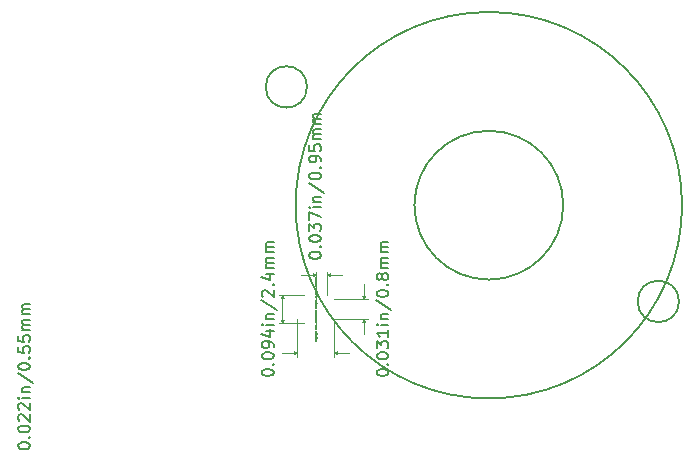
<source format=gbr>
%TF.GenerationSoftware,KiCad,Pcbnew,(6.0.4-0)*%
%TF.CreationDate,2022-12-23T16:58:16+01:00*%
%TF.ProjectId,RoundScanner,526f756e-6453-4636-916e-6e65722e6b69,2*%
%TF.SameCoordinates,Original*%
%TF.FileFunction,Other,Comment*%
%FSLAX46Y46*%
G04 Gerber Fmt 4.6, Leading zero omitted, Abs format (unit mm)*
G04 Created by KiCad (PCBNEW (6.0.4-0)) date 2022-12-23 16:58:16*
%MOMM*%
%LPD*%
G01*
G04 APERTURE LIST*
%ADD10C,0.200000*%
%ADD11C,0.150000*%
%ADD12C,0.002000*%
%ADD13C,0.100000*%
G04 APERTURE END LIST*
D10*
X95580200Y-107569000D02*
G75*
G03*
X95580200Y-107569000I-6299200J0D01*
G01*
D11*
X105638383Y-107569000D02*
G75*
G03*
X105638383Y-107569000I-16357383J0D01*
G01*
D12*
%TO.C,U7*%
X74657857Y-118987333D02*
X74663904Y-118993380D01*
X74669952Y-119011523D01*
X74669952Y-119023619D01*
X74663904Y-119041761D01*
X74651809Y-119053857D01*
X74639714Y-119059904D01*
X74615523Y-119065952D01*
X74597380Y-119065952D01*
X74573190Y-119059904D01*
X74561095Y-119053857D01*
X74549000Y-119041761D01*
X74542952Y-119023619D01*
X74542952Y-119011523D01*
X74549000Y-118993380D01*
X74555047Y-118987333D01*
X74669952Y-118914761D02*
X74663904Y-118926857D01*
X74657857Y-118932904D01*
X74645761Y-118938952D01*
X74609476Y-118938952D01*
X74597380Y-118932904D01*
X74591333Y-118926857D01*
X74585285Y-118914761D01*
X74585285Y-118896619D01*
X74591333Y-118884523D01*
X74597380Y-118878476D01*
X74609476Y-118872428D01*
X74645761Y-118872428D01*
X74657857Y-118878476D01*
X74663904Y-118884523D01*
X74669952Y-118896619D01*
X74669952Y-118914761D01*
X74585285Y-118818000D02*
X74712285Y-118818000D01*
X74591333Y-118818000D02*
X74585285Y-118805904D01*
X74585285Y-118781714D01*
X74591333Y-118769619D01*
X74597380Y-118763571D01*
X74609476Y-118757523D01*
X74645761Y-118757523D01*
X74657857Y-118763571D01*
X74663904Y-118769619D01*
X74669952Y-118781714D01*
X74669952Y-118805904D01*
X74663904Y-118818000D01*
X74585285Y-118715190D02*
X74669952Y-118684952D01*
X74585285Y-118654714D02*
X74669952Y-118684952D01*
X74700190Y-118697047D01*
X74706238Y-118703095D01*
X74712285Y-118715190D01*
X74669952Y-118606333D02*
X74585285Y-118606333D01*
X74609476Y-118606333D02*
X74597380Y-118600285D01*
X74591333Y-118594238D01*
X74585285Y-118582142D01*
X74585285Y-118570047D01*
X74669952Y-118527714D02*
X74585285Y-118527714D01*
X74542952Y-118527714D02*
X74549000Y-118533761D01*
X74555047Y-118527714D01*
X74549000Y-118521666D01*
X74542952Y-118527714D01*
X74555047Y-118527714D01*
X74585285Y-118412809D02*
X74688095Y-118412809D01*
X74700190Y-118418857D01*
X74706238Y-118424904D01*
X74712285Y-118437000D01*
X74712285Y-118455142D01*
X74706238Y-118467238D01*
X74663904Y-118412809D02*
X74669952Y-118424904D01*
X74669952Y-118449095D01*
X74663904Y-118461190D01*
X74657857Y-118467238D01*
X74645761Y-118473285D01*
X74609476Y-118473285D01*
X74597380Y-118467238D01*
X74591333Y-118461190D01*
X74585285Y-118449095D01*
X74585285Y-118424904D01*
X74591333Y-118412809D01*
X74669952Y-118352333D02*
X74542952Y-118352333D01*
X74669952Y-118297904D02*
X74603428Y-118297904D01*
X74591333Y-118303952D01*
X74585285Y-118316047D01*
X74585285Y-118334190D01*
X74591333Y-118346285D01*
X74597380Y-118352333D01*
X74585285Y-118255571D02*
X74585285Y-118207190D01*
X74542952Y-118237428D02*
X74651809Y-118237428D01*
X74663904Y-118231380D01*
X74669952Y-118219285D01*
X74669952Y-118207190D01*
X74555047Y-118074142D02*
X74549000Y-118068095D01*
X74542952Y-118056000D01*
X74542952Y-118025761D01*
X74549000Y-118013666D01*
X74555047Y-118007619D01*
X74567142Y-118001571D01*
X74579238Y-118001571D01*
X74597380Y-118007619D01*
X74669952Y-118080190D01*
X74669952Y-118001571D01*
X74542952Y-117922952D02*
X74542952Y-117910857D01*
X74549000Y-117898761D01*
X74555047Y-117892714D01*
X74567142Y-117886666D01*
X74591333Y-117880619D01*
X74621571Y-117880619D01*
X74645761Y-117886666D01*
X74657857Y-117892714D01*
X74663904Y-117898761D01*
X74669952Y-117910857D01*
X74669952Y-117922952D01*
X74663904Y-117935047D01*
X74657857Y-117941095D01*
X74645761Y-117947142D01*
X74621571Y-117953190D01*
X74591333Y-117953190D01*
X74567142Y-117947142D01*
X74555047Y-117941095D01*
X74549000Y-117935047D01*
X74542952Y-117922952D01*
X74555047Y-117832238D02*
X74549000Y-117826190D01*
X74542952Y-117814095D01*
X74542952Y-117783857D01*
X74549000Y-117771761D01*
X74555047Y-117765714D01*
X74567142Y-117759666D01*
X74579238Y-117759666D01*
X74597380Y-117765714D01*
X74669952Y-117838285D01*
X74669952Y-117759666D01*
X74669952Y-117638714D02*
X74669952Y-117711285D01*
X74669952Y-117675000D02*
X74542952Y-117675000D01*
X74561095Y-117687095D01*
X74573190Y-117699190D01*
X74579238Y-117711285D01*
X74633666Y-117493571D02*
X74633666Y-117433095D01*
X74669952Y-117505666D02*
X74542952Y-117463333D01*
X74669952Y-117421000D01*
X74663904Y-117324238D02*
X74669952Y-117336333D01*
X74669952Y-117360523D01*
X74663904Y-117372619D01*
X74657857Y-117378666D01*
X74645761Y-117384714D01*
X74609476Y-117384714D01*
X74597380Y-117378666D01*
X74591333Y-117372619D01*
X74585285Y-117360523D01*
X74585285Y-117336333D01*
X74591333Y-117324238D01*
X74663904Y-117215380D02*
X74669952Y-117227476D01*
X74669952Y-117251666D01*
X74663904Y-117263761D01*
X74657857Y-117269809D01*
X74645761Y-117275857D01*
X74609476Y-117275857D01*
X74597380Y-117269809D01*
X74591333Y-117263761D01*
X74585285Y-117251666D01*
X74585285Y-117227476D01*
X74591333Y-117215380D01*
X74663904Y-117112571D02*
X74669952Y-117124666D01*
X74669952Y-117148857D01*
X74663904Y-117160952D01*
X74651809Y-117167000D01*
X74603428Y-117167000D01*
X74591333Y-117160952D01*
X74585285Y-117148857D01*
X74585285Y-117124666D01*
X74591333Y-117112571D01*
X74603428Y-117106523D01*
X74615523Y-117106523D01*
X74627619Y-117167000D01*
X74669952Y-117033952D02*
X74663904Y-117046047D01*
X74651809Y-117052095D01*
X74542952Y-117052095D01*
X74663904Y-116937190D02*
X74669952Y-116949285D01*
X74669952Y-116973476D01*
X74663904Y-116985571D01*
X74651809Y-116991619D01*
X74603428Y-116991619D01*
X74591333Y-116985571D01*
X74585285Y-116973476D01*
X74585285Y-116949285D01*
X74591333Y-116937190D01*
X74603428Y-116931142D01*
X74615523Y-116931142D01*
X74627619Y-116991619D01*
X74669952Y-116876714D02*
X74585285Y-116876714D01*
X74609476Y-116876714D02*
X74597380Y-116870666D01*
X74591333Y-116864619D01*
X74585285Y-116852523D01*
X74585285Y-116840428D01*
X74669952Y-116743666D02*
X74603428Y-116743666D01*
X74591333Y-116749714D01*
X74585285Y-116761809D01*
X74585285Y-116786000D01*
X74591333Y-116798095D01*
X74663904Y-116743666D02*
X74669952Y-116755761D01*
X74669952Y-116786000D01*
X74663904Y-116798095D01*
X74651809Y-116804142D01*
X74639714Y-116804142D01*
X74627619Y-116798095D01*
X74621571Y-116786000D01*
X74621571Y-116755761D01*
X74615523Y-116743666D01*
X74585285Y-116701333D02*
X74585285Y-116652952D01*
X74542952Y-116683190D02*
X74651809Y-116683190D01*
X74663904Y-116677142D01*
X74669952Y-116665047D01*
X74669952Y-116652952D01*
X74663904Y-116562238D02*
X74669952Y-116574333D01*
X74669952Y-116598523D01*
X74663904Y-116610619D01*
X74651809Y-116616666D01*
X74603428Y-116616666D01*
X74591333Y-116610619D01*
X74585285Y-116598523D01*
X74585285Y-116574333D01*
X74591333Y-116562238D01*
X74603428Y-116556190D01*
X74615523Y-116556190D01*
X74627619Y-116616666D01*
X74669952Y-116447333D02*
X74542952Y-116447333D01*
X74663904Y-116447333D02*
X74669952Y-116459428D01*
X74669952Y-116483619D01*
X74663904Y-116495714D01*
X74657857Y-116501761D01*
X74645761Y-116507809D01*
X74609476Y-116507809D01*
X74597380Y-116501761D01*
X74591333Y-116495714D01*
X74585285Y-116483619D01*
X74585285Y-116459428D01*
X74591333Y-116447333D01*
X74669952Y-116290095D02*
X74542952Y-116290095D01*
X74542952Y-116259857D01*
X74549000Y-116241714D01*
X74561095Y-116229619D01*
X74573190Y-116223571D01*
X74597380Y-116217523D01*
X74615523Y-116217523D01*
X74639714Y-116223571D01*
X74651809Y-116229619D01*
X74663904Y-116241714D01*
X74669952Y-116259857D01*
X74669952Y-116290095D01*
X74663904Y-116114714D02*
X74669952Y-116126809D01*
X74669952Y-116151000D01*
X74663904Y-116163095D01*
X74651809Y-116169142D01*
X74603428Y-116169142D01*
X74591333Y-116163095D01*
X74585285Y-116151000D01*
X74585285Y-116126809D01*
X74591333Y-116114714D01*
X74603428Y-116108666D01*
X74615523Y-116108666D01*
X74627619Y-116169142D01*
X74663904Y-116060285D02*
X74669952Y-116048190D01*
X74669952Y-116024000D01*
X74663904Y-116011904D01*
X74651809Y-116005857D01*
X74645761Y-116005857D01*
X74633666Y-116011904D01*
X74627619Y-116024000D01*
X74627619Y-116042142D01*
X74621571Y-116054238D01*
X74609476Y-116060285D01*
X74603428Y-116060285D01*
X74591333Y-116054238D01*
X74585285Y-116042142D01*
X74585285Y-116024000D01*
X74591333Y-116011904D01*
X74669952Y-115951428D02*
X74585285Y-115951428D01*
X74542952Y-115951428D02*
X74549000Y-115957476D01*
X74555047Y-115951428D01*
X74549000Y-115945380D01*
X74542952Y-115951428D01*
X74555047Y-115951428D01*
X74585285Y-115836523D02*
X74688095Y-115836523D01*
X74700190Y-115842571D01*
X74706238Y-115848619D01*
X74712285Y-115860714D01*
X74712285Y-115878857D01*
X74706238Y-115890952D01*
X74663904Y-115836523D02*
X74669952Y-115848619D01*
X74669952Y-115872809D01*
X74663904Y-115884904D01*
X74657857Y-115890952D01*
X74645761Y-115897000D01*
X74609476Y-115897000D01*
X74597380Y-115890952D01*
X74591333Y-115884904D01*
X74585285Y-115872809D01*
X74585285Y-115848619D01*
X74591333Y-115836523D01*
X74585285Y-115776047D02*
X74669952Y-115776047D01*
X74597380Y-115776047D02*
X74591333Y-115770000D01*
X74585285Y-115757904D01*
X74585285Y-115739761D01*
X74591333Y-115727666D01*
X74603428Y-115721619D01*
X74669952Y-115721619D01*
X74663904Y-115667190D02*
X74669952Y-115655095D01*
X74669952Y-115630904D01*
X74663904Y-115618809D01*
X74651809Y-115612761D01*
X74645761Y-115612761D01*
X74633666Y-115618809D01*
X74627619Y-115630904D01*
X74627619Y-115649047D01*
X74621571Y-115661142D01*
X74609476Y-115667190D01*
X74603428Y-115667190D01*
X74591333Y-115661142D01*
X74585285Y-115649047D01*
X74585285Y-115630904D01*
X74591333Y-115618809D01*
X74657857Y-115558333D02*
X74663904Y-115552285D01*
X74669952Y-115558333D01*
X74663904Y-115564380D01*
X74657857Y-115558333D01*
X74669952Y-115558333D01*
X74633666Y-115407142D02*
X74633666Y-115346666D01*
X74669952Y-115419238D02*
X74542952Y-115376904D01*
X74669952Y-115334571D01*
X74669952Y-115274095D02*
X74663904Y-115286190D01*
X74651809Y-115292238D01*
X74542952Y-115292238D01*
X74669952Y-115207571D02*
X74663904Y-115219666D01*
X74651809Y-115225714D01*
X74542952Y-115225714D01*
X74669952Y-115062428D02*
X74585285Y-115062428D01*
X74609476Y-115062428D02*
X74597380Y-115056380D01*
X74591333Y-115050333D01*
X74585285Y-115038238D01*
X74585285Y-115026142D01*
X74669952Y-114983809D02*
X74585285Y-114983809D01*
X74542952Y-114983809D02*
X74549000Y-114989857D01*
X74555047Y-114983809D01*
X74549000Y-114977761D01*
X74542952Y-114983809D01*
X74555047Y-114983809D01*
X74585285Y-114868904D02*
X74688095Y-114868904D01*
X74700190Y-114874952D01*
X74706238Y-114881000D01*
X74712285Y-114893095D01*
X74712285Y-114911238D01*
X74706238Y-114923333D01*
X74663904Y-114868904D02*
X74669952Y-114881000D01*
X74669952Y-114905190D01*
X74663904Y-114917285D01*
X74657857Y-114923333D01*
X74645761Y-114929380D01*
X74609476Y-114929380D01*
X74597380Y-114923333D01*
X74591333Y-114917285D01*
X74585285Y-114905190D01*
X74585285Y-114881000D01*
X74591333Y-114868904D01*
X74669952Y-114808428D02*
X74542952Y-114808428D01*
X74669952Y-114754000D02*
X74603428Y-114754000D01*
X74591333Y-114760047D01*
X74585285Y-114772142D01*
X74585285Y-114790285D01*
X74591333Y-114802380D01*
X74597380Y-114808428D01*
X74585285Y-114711666D02*
X74585285Y-114663285D01*
X74542952Y-114693523D02*
X74651809Y-114693523D01*
X74663904Y-114687476D01*
X74669952Y-114675380D01*
X74669952Y-114663285D01*
X74663904Y-114627000D02*
X74669952Y-114614904D01*
X74669952Y-114590714D01*
X74663904Y-114578619D01*
X74651809Y-114572571D01*
X74645761Y-114572571D01*
X74633666Y-114578619D01*
X74627619Y-114590714D01*
X74627619Y-114608857D01*
X74621571Y-114620952D01*
X74609476Y-114627000D01*
X74603428Y-114627000D01*
X74591333Y-114620952D01*
X74585285Y-114608857D01*
X74585285Y-114590714D01*
X74591333Y-114578619D01*
X74669952Y-114421380D02*
X74585285Y-114421380D01*
X74609476Y-114421380D02*
X74597380Y-114415333D01*
X74591333Y-114409285D01*
X74585285Y-114397190D01*
X74585285Y-114385095D01*
X74663904Y-114294380D02*
X74669952Y-114306476D01*
X74669952Y-114330666D01*
X74663904Y-114342761D01*
X74651809Y-114348809D01*
X74603428Y-114348809D01*
X74591333Y-114342761D01*
X74585285Y-114330666D01*
X74585285Y-114306476D01*
X74591333Y-114294380D01*
X74603428Y-114288333D01*
X74615523Y-114288333D01*
X74627619Y-114348809D01*
X74663904Y-114239952D02*
X74669952Y-114227857D01*
X74669952Y-114203666D01*
X74663904Y-114191571D01*
X74651809Y-114185523D01*
X74645761Y-114185523D01*
X74633666Y-114191571D01*
X74627619Y-114203666D01*
X74627619Y-114221809D01*
X74621571Y-114233904D01*
X74609476Y-114239952D01*
X74603428Y-114239952D01*
X74591333Y-114233904D01*
X74585285Y-114221809D01*
X74585285Y-114203666D01*
X74591333Y-114191571D01*
X74663904Y-114082714D02*
X74669952Y-114094809D01*
X74669952Y-114119000D01*
X74663904Y-114131095D01*
X74651809Y-114137142D01*
X74603428Y-114137142D01*
X74591333Y-114131095D01*
X74585285Y-114119000D01*
X74585285Y-114094809D01*
X74591333Y-114082714D01*
X74603428Y-114076666D01*
X74615523Y-114076666D01*
X74627619Y-114137142D01*
X74669952Y-114022238D02*
X74585285Y-114022238D01*
X74609476Y-114022238D02*
X74597380Y-114016190D01*
X74591333Y-114010142D01*
X74585285Y-113998047D01*
X74585285Y-113985952D01*
X74585285Y-113955714D02*
X74669952Y-113925476D01*
X74585285Y-113895238D01*
X74663904Y-113798476D02*
X74669952Y-113810571D01*
X74669952Y-113834761D01*
X74663904Y-113846857D01*
X74651809Y-113852904D01*
X74603428Y-113852904D01*
X74591333Y-113846857D01*
X74585285Y-113834761D01*
X74585285Y-113810571D01*
X74591333Y-113798476D01*
X74603428Y-113792428D01*
X74615523Y-113792428D01*
X74627619Y-113852904D01*
X74669952Y-113683571D02*
X74542952Y-113683571D01*
X74663904Y-113683571D02*
X74669952Y-113695666D01*
X74669952Y-113719857D01*
X74663904Y-113731952D01*
X74657857Y-113738000D01*
X74645761Y-113744047D01*
X74609476Y-113744047D01*
X74597380Y-113738000D01*
X74591333Y-113731952D01*
X74585285Y-113719857D01*
X74585285Y-113695666D01*
X74591333Y-113683571D01*
X74657857Y-113623095D02*
X74663904Y-113617047D01*
X74669952Y-113623095D01*
X74663904Y-113629142D01*
X74657857Y-113623095D01*
X74669952Y-113623095D01*
D11*
X70066880Y-121793880D02*
X70066880Y-121698642D01*
X70114500Y-121603404D01*
X70162119Y-121555785D01*
X70257357Y-121508166D01*
X70447833Y-121460547D01*
X70685928Y-121460547D01*
X70876404Y-121508166D01*
X70971642Y-121555785D01*
X71019261Y-121603404D01*
X71066880Y-121698642D01*
X71066880Y-121793880D01*
X71019261Y-121889119D01*
X70971642Y-121936738D01*
X70876404Y-121984357D01*
X70685928Y-122031976D01*
X70447833Y-122031976D01*
X70257357Y-121984357D01*
X70162119Y-121936738D01*
X70114500Y-121889119D01*
X70066880Y-121793880D01*
X70971642Y-121031976D02*
X71019261Y-120984357D01*
X71066880Y-121031976D01*
X71019261Y-121079595D01*
X70971642Y-121031976D01*
X71066880Y-121031976D01*
X70066880Y-120365309D02*
X70066880Y-120270071D01*
X70114500Y-120174833D01*
X70162119Y-120127214D01*
X70257357Y-120079595D01*
X70447833Y-120031976D01*
X70685928Y-120031976D01*
X70876404Y-120079595D01*
X70971642Y-120127214D01*
X71019261Y-120174833D01*
X71066880Y-120270071D01*
X71066880Y-120365309D01*
X71019261Y-120460547D01*
X70971642Y-120508166D01*
X70876404Y-120555785D01*
X70685928Y-120603404D01*
X70447833Y-120603404D01*
X70257357Y-120555785D01*
X70162119Y-120508166D01*
X70114500Y-120460547D01*
X70066880Y-120365309D01*
X71066880Y-119555785D02*
X71066880Y-119365309D01*
X71019261Y-119270071D01*
X70971642Y-119222452D01*
X70828785Y-119127214D01*
X70638309Y-119079595D01*
X70257357Y-119079595D01*
X70162119Y-119127214D01*
X70114500Y-119174833D01*
X70066880Y-119270071D01*
X70066880Y-119460547D01*
X70114500Y-119555785D01*
X70162119Y-119603404D01*
X70257357Y-119651023D01*
X70495452Y-119651023D01*
X70590690Y-119603404D01*
X70638309Y-119555785D01*
X70685928Y-119460547D01*
X70685928Y-119270071D01*
X70638309Y-119174833D01*
X70590690Y-119127214D01*
X70495452Y-119079595D01*
X70400214Y-118222452D02*
X71066880Y-118222452D01*
X70019261Y-118460547D02*
X70733547Y-118698642D01*
X70733547Y-118079595D01*
X71066880Y-117698642D02*
X70400214Y-117698642D01*
X70066880Y-117698642D02*
X70114500Y-117746261D01*
X70162119Y-117698642D01*
X70114500Y-117651023D01*
X70066880Y-117698642D01*
X70162119Y-117698642D01*
X70400214Y-117222452D02*
X71066880Y-117222452D01*
X70495452Y-117222452D02*
X70447833Y-117174833D01*
X70400214Y-117079595D01*
X70400214Y-116936738D01*
X70447833Y-116841500D01*
X70543071Y-116793880D01*
X71066880Y-116793880D01*
X70019261Y-115603404D02*
X71304976Y-116460547D01*
X70162119Y-115317690D02*
X70114500Y-115270071D01*
X70066880Y-115174833D01*
X70066880Y-114936738D01*
X70114500Y-114841500D01*
X70162119Y-114793880D01*
X70257357Y-114746261D01*
X70352595Y-114746261D01*
X70495452Y-114793880D01*
X71066880Y-115365309D01*
X71066880Y-114746261D01*
X70971642Y-114317690D02*
X71019261Y-114270071D01*
X71066880Y-114317690D01*
X71019261Y-114365309D01*
X70971642Y-114317690D01*
X71066880Y-114317690D01*
X70400214Y-113412928D02*
X71066880Y-113412928D01*
X70019261Y-113651023D02*
X70733547Y-113889119D01*
X70733547Y-113270071D01*
X71066880Y-112889119D02*
X70400214Y-112889119D01*
X70495452Y-112889119D02*
X70447833Y-112841500D01*
X70400214Y-112746261D01*
X70400214Y-112603404D01*
X70447833Y-112508166D01*
X70543071Y-112460547D01*
X71066880Y-112460547D01*
X70543071Y-112460547D02*
X70447833Y-112412928D01*
X70400214Y-112317690D01*
X70400214Y-112174833D01*
X70447833Y-112079595D01*
X70543071Y-112031976D01*
X71066880Y-112031976D01*
X71066880Y-111555785D02*
X70400214Y-111555785D01*
X70495452Y-111555785D02*
X70447833Y-111508166D01*
X70400214Y-111412928D01*
X70400214Y-111270071D01*
X70447833Y-111174833D01*
X70543071Y-111127214D01*
X71066880Y-111127214D01*
X70543071Y-111127214D02*
X70447833Y-111079595D01*
X70400214Y-110984357D01*
X70400214Y-110841500D01*
X70447833Y-110746261D01*
X70543071Y-110698642D01*
X71066880Y-110698642D01*
X74064880Y-111856071D02*
X74064880Y-111760833D01*
X74112500Y-111665595D01*
X74160119Y-111617976D01*
X74255357Y-111570357D01*
X74445833Y-111522738D01*
X74683928Y-111522738D01*
X74874404Y-111570357D01*
X74969642Y-111617976D01*
X75017261Y-111665595D01*
X75064880Y-111760833D01*
X75064880Y-111856071D01*
X75017261Y-111951309D01*
X74969642Y-111998928D01*
X74874404Y-112046547D01*
X74683928Y-112094166D01*
X74445833Y-112094166D01*
X74255357Y-112046547D01*
X74160119Y-111998928D01*
X74112500Y-111951309D01*
X74064880Y-111856071D01*
X74969642Y-111094166D02*
X75017261Y-111046547D01*
X75064880Y-111094166D01*
X75017261Y-111141785D01*
X74969642Y-111094166D01*
X75064880Y-111094166D01*
X74064880Y-110427500D02*
X74064880Y-110332261D01*
X74112500Y-110237023D01*
X74160119Y-110189404D01*
X74255357Y-110141785D01*
X74445833Y-110094166D01*
X74683928Y-110094166D01*
X74874404Y-110141785D01*
X74969642Y-110189404D01*
X75017261Y-110237023D01*
X75064880Y-110332261D01*
X75064880Y-110427500D01*
X75017261Y-110522738D01*
X74969642Y-110570357D01*
X74874404Y-110617976D01*
X74683928Y-110665595D01*
X74445833Y-110665595D01*
X74255357Y-110617976D01*
X74160119Y-110570357D01*
X74112500Y-110522738D01*
X74064880Y-110427500D01*
X74064880Y-109760833D02*
X74064880Y-109141785D01*
X74445833Y-109475119D01*
X74445833Y-109332261D01*
X74493452Y-109237023D01*
X74541071Y-109189404D01*
X74636309Y-109141785D01*
X74874404Y-109141785D01*
X74969642Y-109189404D01*
X75017261Y-109237023D01*
X75064880Y-109332261D01*
X75064880Y-109617976D01*
X75017261Y-109713214D01*
X74969642Y-109760833D01*
X74064880Y-108808452D02*
X74064880Y-108141785D01*
X75064880Y-108570357D01*
X75064880Y-107760833D02*
X74398214Y-107760833D01*
X74064880Y-107760833D02*
X74112500Y-107808452D01*
X74160119Y-107760833D01*
X74112500Y-107713214D01*
X74064880Y-107760833D01*
X74160119Y-107760833D01*
X74398214Y-107284642D02*
X75064880Y-107284642D01*
X74493452Y-107284642D02*
X74445833Y-107237023D01*
X74398214Y-107141785D01*
X74398214Y-106998928D01*
X74445833Y-106903690D01*
X74541071Y-106856071D01*
X75064880Y-106856071D01*
X74017261Y-105665595D02*
X75302976Y-106522738D01*
X74064880Y-105141785D02*
X74064880Y-105046547D01*
X74112500Y-104951309D01*
X74160119Y-104903690D01*
X74255357Y-104856071D01*
X74445833Y-104808452D01*
X74683928Y-104808452D01*
X74874404Y-104856071D01*
X74969642Y-104903690D01*
X75017261Y-104951309D01*
X75064880Y-105046547D01*
X75064880Y-105141785D01*
X75017261Y-105237023D01*
X74969642Y-105284642D01*
X74874404Y-105332261D01*
X74683928Y-105379880D01*
X74445833Y-105379880D01*
X74255357Y-105332261D01*
X74160119Y-105284642D01*
X74112500Y-105237023D01*
X74064880Y-105141785D01*
X74969642Y-104379880D02*
X75017261Y-104332261D01*
X75064880Y-104379880D01*
X75017261Y-104427500D01*
X74969642Y-104379880D01*
X75064880Y-104379880D01*
X75064880Y-103856071D02*
X75064880Y-103665595D01*
X75017261Y-103570357D01*
X74969642Y-103522738D01*
X74826785Y-103427500D01*
X74636309Y-103379880D01*
X74255357Y-103379880D01*
X74160119Y-103427500D01*
X74112500Y-103475119D01*
X74064880Y-103570357D01*
X74064880Y-103760833D01*
X74112500Y-103856071D01*
X74160119Y-103903690D01*
X74255357Y-103951309D01*
X74493452Y-103951309D01*
X74588690Y-103903690D01*
X74636309Y-103856071D01*
X74683928Y-103760833D01*
X74683928Y-103570357D01*
X74636309Y-103475119D01*
X74588690Y-103427500D01*
X74493452Y-103379880D01*
X74064880Y-102475119D02*
X74064880Y-102951309D01*
X74541071Y-102998928D01*
X74493452Y-102951309D01*
X74445833Y-102856071D01*
X74445833Y-102617976D01*
X74493452Y-102522738D01*
X74541071Y-102475119D01*
X74636309Y-102427500D01*
X74874404Y-102427500D01*
X74969642Y-102475119D01*
X75017261Y-102522738D01*
X75064880Y-102617976D01*
X75064880Y-102856071D01*
X75017261Y-102951309D01*
X74969642Y-102998928D01*
X75064880Y-101998928D02*
X74398214Y-101998928D01*
X74493452Y-101998928D02*
X74445833Y-101951309D01*
X74398214Y-101856071D01*
X74398214Y-101713214D01*
X74445833Y-101617976D01*
X74541071Y-101570357D01*
X75064880Y-101570357D01*
X74541071Y-101570357D02*
X74445833Y-101522738D01*
X74398214Y-101427500D01*
X74398214Y-101284642D01*
X74445833Y-101189404D01*
X74541071Y-101141785D01*
X75064880Y-101141785D01*
X75064880Y-100665595D02*
X74398214Y-100665595D01*
X74493452Y-100665595D02*
X74445833Y-100617976D01*
X74398214Y-100522738D01*
X74398214Y-100379880D01*
X74445833Y-100284642D01*
X74541071Y-100237023D01*
X75064880Y-100237023D01*
X74541071Y-100237023D02*
X74445833Y-100189404D01*
X74398214Y-100094166D01*
X74398214Y-99951309D01*
X74445833Y-99856071D01*
X74541071Y-99808452D01*
X75064880Y-99808452D01*
X49426880Y-127985071D02*
X49426880Y-127889833D01*
X49474500Y-127794595D01*
X49522119Y-127746976D01*
X49617357Y-127699357D01*
X49807833Y-127651738D01*
X50045928Y-127651738D01*
X50236404Y-127699357D01*
X50331642Y-127746976D01*
X50379261Y-127794595D01*
X50426880Y-127889833D01*
X50426880Y-127985071D01*
X50379261Y-128080309D01*
X50331642Y-128127928D01*
X50236404Y-128175547D01*
X50045928Y-128223166D01*
X49807833Y-128223166D01*
X49617357Y-128175547D01*
X49522119Y-128127928D01*
X49474500Y-128080309D01*
X49426880Y-127985071D01*
X50331642Y-127223166D02*
X50379261Y-127175547D01*
X50426880Y-127223166D01*
X50379261Y-127270785D01*
X50331642Y-127223166D01*
X50426880Y-127223166D01*
X49426880Y-126556500D02*
X49426880Y-126461261D01*
X49474500Y-126366023D01*
X49522119Y-126318404D01*
X49617357Y-126270785D01*
X49807833Y-126223166D01*
X50045928Y-126223166D01*
X50236404Y-126270785D01*
X50331642Y-126318404D01*
X50379261Y-126366023D01*
X50426880Y-126461261D01*
X50426880Y-126556500D01*
X50379261Y-126651738D01*
X50331642Y-126699357D01*
X50236404Y-126746976D01*
X50045928Y-126794595D01*
X49807833Y-126794595D01*
X49617357Y-126746976D01*
X49522119Y-126699357D01*
X49474500Y-126651738D01*
X49426880Y-126556500D01*
X49522119Y-125842214D02*
X49474500Y-125794595D01*
X49426880Y-125699357D01*
X49426880Y-125461261D01*
X49474500Y-125366023D01*
X49522119Y-125318404D01*
X49617357Y-125270785D01*
X49712595Y-125270785D01*
X49855452Y-125318404D01*
X50426880Y-125889833D01*
X50426880Y-125270785D01*
X49522119Y-124889833D02*
X49474500Y-124842214D01*
X49426880Y-124746976D01*
X49426880Y-124508880D01*
X49474500Y-124413642D01*
X49522119Y-124366023D01*
X49617357Y-124318404D01*
X49712595Y-124318404D01*
X49855452Y-124366023D01*
X50426880Y-124937452D01*
X50426880Y-124318404D01*
X50426880Y-123889833D02*
X49760214Y-123889833D01*
X49426880Y-123889833D02*
X49474500Y-123937452D01*
X49522119Y-123889833D01*
X49474500Y-123842214D01*
X49426880Y-123889833D01*
X49522119Y-123889833D01*
X49760214Y-123413642D02*
X50426880Y-123413642D01*
X49855452Y-123413642D02*
X49807833Y-123366023D01*
X49760214Y-123270785D01*
X49760214Y-123127928D01*
X49807833Y-123032690D01*
X49903071Y-122985071D01*
X50426880Y-122985071D01*
X49379261Y-121794595D02*
X50664976Y-122651738D01*
X49426880Y-121270785D02*
X49426880Y-121175547D01*
X49474500Y-121080309D01*
X49522119Y-121032690D01*
X49617357Y-120985071D01*
X49807833Y-120937452D01*
X50045928Y-120937452D01*
X50236404Y-120985071D01*
X50331642Y-121032690D01*
X50379261Y-121080309D01*
X50426880Y-121175547D01*
X50426880Y-121270785D01*
X50379261Y-121366023D01*
X50331642Y-121413642D01*
X50236404Y-121461261D01*
X50045928Y-121508880D01*
X49807833Y-121508880D01*
X49617357Y-121461261D01*
X49522119Y-121413642D01*
X49474500Y-121366023D01*
X49426880Y-121270785D01*
X50331642Y-120508880D02*
X50379261Y-120461261D01*
X50426880Y-120508880D01*
X50379261Y-120556500D01*
X50331642Y-120508880D01*
X50426880Y-120508880D01*
X49426880Y-119556500D02*
X49426880Y-120032690D01*
X49903071Y-120080309D01*
X49855452Y-120032690D01*
X49807833Y-119937452D01*
X49807833Y-119699357D01*
X49855452Y-119604119D01*
X49903071Y-119556500D01*
X49998309Y-119508880D01*
X50236404Y-119508880D01*
X50331642Y-119556500D01*
X50379261Y-119604119D01*
X50426880Y-119699357D01*
X50426880Y-119937452D01*
X50379261Y-120032690D01*
X50331642Y-120080309D01*
X49426880Y-118604119D02*
X49426880Y-119080309D01*
X49903071Y-119127928D01*
X49855452Y-119080309D01*
X49807833Y-118985071D01*
X49807833Y-118746976D01*
X49855452Y-118651738D01*
X49903071Y-118604119D01*
X49998309Y-118556500D01*
X50236404Y-118556500D01*
X50331642Y-118604119D01*
X50379261Y-118651738D01*
X50426880Y-118746976D01*
X50426880Y-118985071D01*
X50379261Y-119080309D01*
X50331642Y-119127928D01*
X50426880Y-118127928D02*
X49760214Y-118127928D01*
X49855452Y-118127928D02*
X49807833Y-118080309D01*
X49760214Y-117985071D01*
X49760214Y-117842214D01*
X49807833Y-117746976D01*
X49903071Y-117699357D01*
X50426880Y-117699357D01*
X49903071Y-117699357D02*
X49807833Y-117651738D01*
X49760214Y-117556500D01*
X49760214Y-117413642D01*
X49807833Y-117318404D01*
X49903071Y-117270785D01*
X50426880Y-117270785D01*
X50426880Y-116794595D02*
X49760214Y-116794595D01*
X49855452Y-116794595D02*
X49807833Y-116746976D01*
X49760214Y-116651738D01*
X49760214Y-116508880D01*
X49807833Y-116413642D01*
X49903071Y-116366023D01*
X50426880Y-116366023D01*
X49903071Y-116366023D02*
X49807833Y-116318404D01*
X49760214Y-116223166D01*
X49760214Y-116080309D01*
X49807833Y-115985071D01*
X49903071Y-115937452D01*
X50426880Y-115937452D01*
X79779880Y-121793880D02*
X79779880Y-121698642D01*
X79827500Y-121603404D01*
X79875119Y-121555785D01*
X79970357Y-121508166D01*
X80160833Y-121460547D01*
X80398928Y-121460547D01*
X80589404Y-121508166D01*
X80684642Y-121555785D01*
X80732261Y-121603404D01*
X80779880Y-121698642D01*
X80779880Y-121793880D01*
X80732261Y-121889119D01*
X80684642Y-121936738D01*
X80589404Y-121984357D01*
X80398928Y-122031976D01*
X80160833Y-122031976D01*
X79970357Y-121984357D01*
X79875119Y-121936738D01*
X79827500Y-121889119D01*
X79779880Y-121793880D01*
X80684642Y-121031976D02*
X80732261Y-120984357D01*
X80779880Y-121031976D01*
X80732261Y-121079595D01*
X80684642Y-121031976D01*
X80779880Y-121031976D01*
X79779880Y-120365309D02*
X79779880Y-120270071D01*
X79827500Y-120174833D01*
X79875119Y-120127214D01*
X79970357Y-120079595D01*
X80160833Y-120031976D01*
X80398928Y-120031976D01*
X80589404Y-120079595D01*
X80684642Y-120127214D01*
X80732261Y-120174833D01*
X80779880Y-120270071D01*
X80779880Y-120365309D01*
X80732261Y-120460547D01*
X80684642Y-120508166D01*
X80589404Y-120555785D01*
X80398928Y-120603404D01*
X80160833Y-120603404D01*
X79970357Y-120555785D01*
X79875119Y-120508166D01*
X79827500Y-120460547D01*
X79779880Y-120365309D01*
X79779880Y-119698642D02*
X79779880Y-119079595D01*
X80160833Y-119412928D01*
X80160833Y-119270071D01*
X80208452Y-119174833D01*
X80256071Y-119127214D01*
X80351309Y-119079595D01*
X80589404Y-119079595D01*
X80684642Y-119127214D01*
X80732261Y-119174833D01*
X80779880Y-119270071D01*
X80779880Y-119555785D01*
X80732261Y-119651023D01*
X80684642Y-119698642D01*
X80779880Y-118127214D02*
X80779880Y-118698642D01*
X80779880Y-118412928D02*
X79779880Y-118412928D01*
X79922738Y-118508166D01*
X80017976Y-118603404D01*
X80065595Y-118698642D01*
X80779880Y-117698642D02*
X80113214Y-117698642D01*
X79779880Y-117698642D02*
X79827500Y-117746261D01*
X79875119Y-117698642D01*
X79827500Y-117651023D01*
X79779880Y-117698642D01*
X79875119Y-117698642D01*
X80113214Y-117222452D02*
X80779880Y-117222452D01*
X80208452Y-117222452D02*
X80160833Y-117174833D01*
X80113214Y-117079595D01*
X80113214Y-116936738D01*
X80160833Y-116841500D01*
X80256071Y-116793880D01*
X80779880Y-116793880D01*
X79732261Y-115603404D02*
X81017976Y-116460547D01*
X79779880Y-115079595D02*
X79779880Y-114984357D01*
X79827500Y-114889119D01*
X79875119Y-114841500D01*
X79970357Y-114793880D01*
X80160833Y-114746261D01*
X80398928Y-114746261D01*
X80589404Y-114793880D01*
X80684642Y-114841500D01*
X80732261Y-114889119D01*
X80779880Y-114984357D01*
X80779880Y-115079595D01*
X80732261Y-115174833D01*
X80684642Y-115222452D01*
X80589404Y-115270071D01*
X80398928Y-115317690D01*
X80160833Y-115317690D01*
X79970357Y-115270071D01*
X79875119Y-115222452D01*
X79827500Y-115174833D01*
X79779880Y-115079595D01*
X80684642Y-114317690D02*
X80732261Y-114270071D01*
X80779880Y-114317690D01*
X80732261Y-114365309D01*
X80684642Y-114317690D01*
X80779880Y-114317690D01*
X80208452Y-113698642D02*
X80160833Y-113793880D01*
X80113214Y-113841500D01*
X80017976Y-113889119D01*
X79970357Y-113889119D01*
X79875119Y-113841500D01*
X79827500Y-113793880D01*
X79779880Y-113698642D01*
X79779880Y-113508166D01*
X79827500Y-113412928D01*
X79875119Y-113365309D01*
X79970357Y-113317690D01*
X80017976Y-113317690D01*
X80113214Y-113365309D01*
X80160833Y-113412928D01*
X80208452Y-113508166D01*
X80208452Y-113698642D01*
X80256071Y-113793880D01*
X80303690Y-113841500D01*
X80398928Y-113889119D01*
X80589404Y-113889119D01*
X80684642Y-113841500D01*
X80732261Y-113793880D01*
X80779880Y-113698642D01*
X80779880Y-113508166D01*
X80732261Y-113412928D01*
X80684642Y-113365309D01*
X80589404Y-113317690D01*
X80398928Y-113317690D01*
X80303690Y-113365309D01*
X80256071Y-113412928D01*
X80208452Y-113508166D01*
X80779880Y-112889119D02*
X80113214Y-112889119D01*
X80208452Y-112889119D02*
X80160833Y-112841500D01*
X80113214Y-112746261D01*
X80113214Y-112603404D01*
X80160833Y-112508166D01*
X80256071Y-112460547D01*
X80779880Y-112460547D01*
X80256071Y-112460547D02*
X80160833Y-112412928D01*
X80113214Y-112317690D01*
X80113214Y-112174833D01*
X80160833Y-112079595D01*
X80256071Y-112031976D01*
X80779880Y-112031976D01*
X80779880Y-111555785D02*
X80113214Y-111555785D01*
X80208452Y-111555785D02*
X80160833Y-111508166D01*
X80113214Y-111412928D01*
X80113214Y-111270071D01*
X80160833Y-111174833D01*
X80256071Y-111127214D01*
X80779880Y-111127214D01*
X80256071Y-111127214D02*
X80160833Y-111079595D01*
X80113214Y-110984357D01*
X80113214Y-110841500D01*
X80160833Y-110746261D01*
X80256071Y-110698642D01*
X80779880Y-110698642D01*
%TO.C,H2*%
X73886000Y-97556000D02*
G75*
G03*
X73886000Y-97556000I-1750000J0D01*
G01*
%TO.C,H1*%
X105382000Y-115717000D02*
G75*
G03*
X105382000Y-115717000I-1750000J0D01*
G01*
D13*
%TO.C,U7*%
X75562500Y-113471500D02*
X76832500Y-113471500D01*
X71792501Y-117541500D02*
X71665501Y-117287500D01*
X74612500Y-113471500D02*
X74358500Y-113598500D01*
X73662500Y-117541500D02*
X71538501Y-117541500D01*
X71665501Y-115395500D02*
X71919501Y-115395500D01*
X75816500Y-113344500D02*
X75562500Y-113471500D01*
X76416499Y-119954500D02*
X76416499Y-120208500D01*
X73062501Y-120081500D02*
X72808501Y-120208500D01*
X75816500Y-113598500D02*
X75816500Y-113344500D01*
X74612500Y-115141500D02*
X74612500Y-113217500D01*
X75562500Y-115141500D02*
X75562500Y-113217500D01*
X71665501Y-117287500D02*
X71919501Y-117287500D01*
X78829500Y-117445500D02*
X78575500Y-117445500D01*
X78702500Y-117191500D02*
X78702500Y-118461500D01*
X76162499Y-117191500D02*
X79083500Y-117191500D01*
X78829500Y-115237500D02*
X78575500Y-115237500D01*
X71919501Y-115395500D02*
X71792501Y-115141500D01*
X71792501Y-117541500D02*
X71792501Y-116271500D01*
X76162499Y-120081500D02*
X76416499Y-120208500D01*
X71919501Y-117287500D02*
X71792501Y-117541500D01*
X74358500Y-113344500D02*
X74612500Y-113471500D01*
X72808501Y-119954500D02*
X72808501Y-120208500D01*
X78702500Y-117191500D02*
X78829500Y-117445500D01*
X73062501Y-120081500D02*
X71792501Y-120081500D01*
X78702500Y-115491500D02*
X78829500Y-115237500D01*
X74612500Y-113471500D02*
X73342500Y-113471500D01*
X78702500Y-115491500D02*
X78702500Y-114221500D01*
X78702500Y-115491500D02*
X78575500Y-115237500D01*
X78702500Y-117191500D02*
X78575500Y-117445500D01*
X73662500Y-115141500D02*
X71538501Y-115141500D01*
X76162499Y-120081500D02*
X77432499Y-120081500D01*
X75562500Y-113471500D02*
X75816500Y-113598500D01*
X76162499Y-115491500D02*
X79083500Y-115491500D01*
X73062501Y-120081500D02*
X72808501Y-119954500D01*
X76162499Y-120081500D02*
X76416499Y-119954500D01*
X76162499Y-117191500D02*
X76162499Y-120462500D01*
X73062501Y-117191500D02*
X73062501Y-120462500D01*
X71792501Y-115141500D02*
X71792501Y-116411500D01*
X71792501Y-115141500D02*
X71665501Y-115395500D01*
X74358500Y-113598500D02*
X74358500Y-113344500D01*
%TD*%
M02*

</source>
